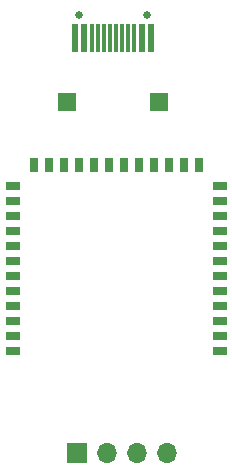
<source format=gbr>
%TF.GenerationSoftware,KiCad,Pcbnew,(5.1.2)-2*%
%TF.CreationDate,2020-02-06T17:00:50+08:00*%
%TF.ProjectId,wing-receiver-lite,77696e67-2d72-4656-9365-697665722d6c,rev?*%
%TF.SameCoordinates,Original*%
%TF.FileFunction,Soldermask,Bot*%
%TF.FilePolarity,Negative*%
%FSLAX46Y46*%
G04 Gerber Fmt 4.6, Leading zero omitted, Abs format (unit mm)*
G04 Created by KiCad (PCBNEW (5.1.2)-2) date 2020-02-06 17:00:50*
%MOMM*%
%LPD*%
G04 APERTURE LIST*
%ADD10R,0.600000X2.450000*%
%ADD11R,0.300000X2.450000*%
%ADD12C,0.650000*%
%ADD13R,1.500000X1.500000*%
%ADD14O,1.700000X1.700000*%
%ADD15R,1.700000X1.700000*%
%ADD16R,1.198880X0.698500*%
%ADD17R,0.698500X1.198880*%
G04 APERTURE END LIST*
D10*
X82981000Y-100270000D03*
X76531000Y-100270000D03*
X82206000Y-100270000D03*
X77306000Y-100270000D03*
D11*
X78006000Y-100270000D03*
X81506000Y-100270000D03*
X78506000Y-100270000D03*
X81006000Y-100270000D03*
X79006000Y-100270000D03*
X80506000Y-100270000D03*
X80006000Y-100270000D03*
X79506000Y-100270000D03*
D12*
X82646000Y-98325000D03*
X76866000Y-98325000D03*
D13*
X83656000Y-105664000D03*
X75856000Y-105664000D03*
D14*
X84328000Y-135382000D03*
X81788000Y-135382000D03*
X79248000Y-135382000D03*
D15*
X76708000Y-135382000D03*
D16*
X71247000Y-112776000D03*
X88773000Y-120396000D03*
X88773000Y-121666000D03*
D17*
X73025000Y-110998000D03*
D16*
X71247000Y-115316000D03*
X71247000Y-116586000D03*
X71247000Y-117856000D03*
X71247000Y-119126000D03*
X71247000Y-120396000D03*
X71247000Y-121666000D03*
X71247000Y-122936000D03*
X71247000Y-124206000D03*
X71247000Y-125476000D03*
X88773000Y-126746000D03*
X88773000Y-125476000D03*
X88773000Y-124206000D03*
X88773000Y-122936000D03*
X88773000Y-119126000D03*
X88773000Y-117856000D03*
X88773000Y-116586000D03*
X88773000Y-115316000D03*
X88773000Y-114046000D03*
X88773000Y-112776000D03*
D17*
X86995000Y-110998000D03*
X85725000Y-110998000D03*
X84455000Y-110998000D03*
X83185000Y-110998000D03*
X81915000Y-110998000D03*
X80645000Y-110998000D03*
X79375000Y-110998000D03*
X78105000Y-110998000D03*
X76835000Y-110998000D03*
X75565000Y-110998000D03*
X74295000Y-110998000D03*
D16*
X71247000Y-126746000D03*
X71247000Y-114046000D03*
M02*

</source>
